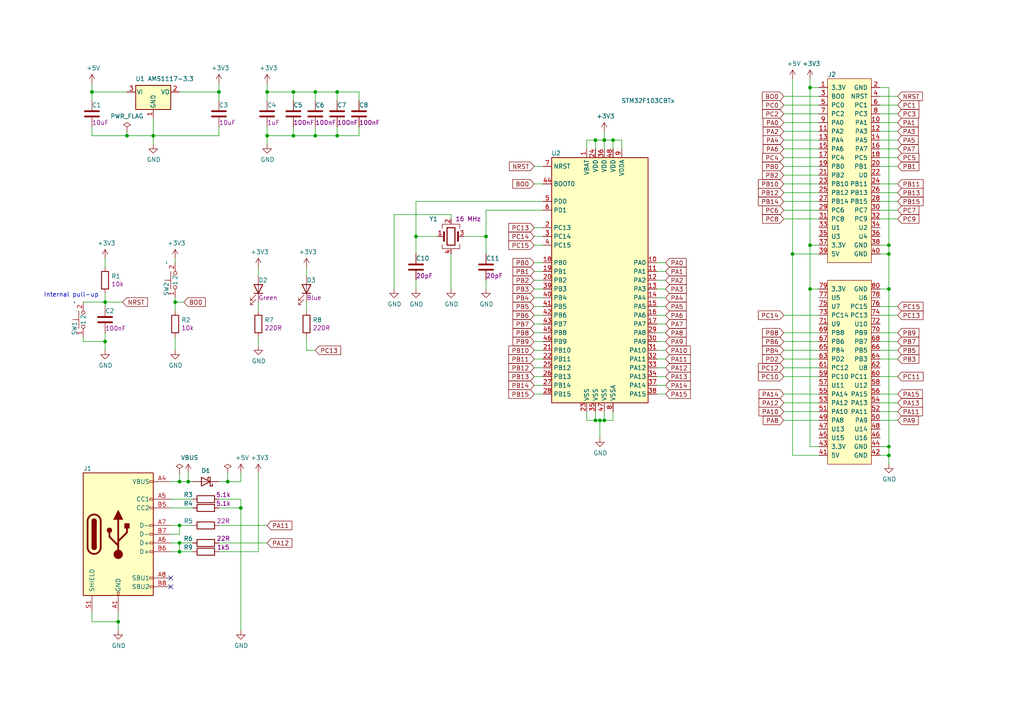
<source format=kicad_sch>
(kicad_sch (version 20211123) (generator eeschema)
  (paper "A4")
  (title_block (title "MCUSTM32F405") (date "2021-06-14") (rev "0.0") (company "STM32World") (comment 1 "lth@stm32world.com") (comment 2 "Lars Boegild Thomsen"))
  (junction (at 52.07 160.02))
  (junction (at 229.87 73.66))
  (junction (at 30.48 99.06))
  (junction (at 63.5 26.67))
  (junction (at 36.83 39.37))
  (junction (at 177.8 40.64))
  (junction (at 257.81 132.08))
  (junction (at 175.26 40.64))
  (junction (at 50.8 87.63))
  (junction (at 172.72 121.92))
  (junction (at 52.07 157.48))
  (junction (at 91.44 26.67))
  (junction (at 97.79 39.37))
  (junction (at 234.95 71.12))
  (junction (at 234.95 25.4))
  (junction (at 30.48 87.63))
  (junction (at 172.72 40.64))
  (junction (at 120.65 68.58))
  (junction (at 52.07 152.4))
  (junction (at 34.29 180.34))
  (junction (at 257.81 71.12))
  (junction (at 257.81 73.66))
  (junction (at 91.44 39.37))
  (junction (at 26.67 26.67))
  (junction (at 85.09 26.67))
  (junction (at 77.47 39.37))
  (junction (at 54.61 139.7))
  (junction (at 257.81 83.82))
  (junction (at 52.07 139.7))
  (junction (at 66.04 139.7))
  (junction (at 77.47 26.67))
  (junction (at 257.81 129.54))
  (junction (at 234.95 83.82))
  (junction (at 175.26 121.92))
  (junction (at 44.45 39.37))
  (junction (at 97.79 26.67))
  (junction (at 140.97 68.58))
  (junction (at 85.09 39.37))
  (junction (at 69.85 147.32))
  (junction (at 173.99 121.92))
  (no_connect (at 49.53 170.18))
  (no_connect (at 49.53 167.64))
  (wire (pts (xy 104.14 29.21) (xy 104.14 26.67)))
  (wire (pts (xy 77.47 36.83) (xy 77.47 39.37)))
  (wire (pts (xy 91.44 39.37) (xy 85.09 39.37)))
  (wire (pts (xy 229.87 22.86) (xy 229.87 73.66)))
  (wire (pts (xy 255.27 99.06) (xy 260.35 99.06)))
  (wire (pts (xy 175.26 38.1) (xy 175.26 40.64)))
  (wire (pts (xy 175.26 119.38) (xy 175.26 121.92)))
  (wire (pts (xy 175.26 43.18) (xy 175.26 40.64)))
  (wire (pts (xy 175.26 40.64) (xy 177.8 40.64)))
  (wire (pts (xy 120.65 58.42) (xy 120.65 68.58)))
  (wire (pts (xy 49.53 160.02) (xy 52.07 160.02)))
  (wire (pts (xy 170.18 121.92) (xy 172.72 121.92)))
  (wire (pts (xy 193.04 81.28) (xy 190.5 81.28)))
  (wire (pts (xy 227.33 119.38) (xy 237.49 119.38)))
  (wire (pts (xy 50.8 74.93) (xy 50.8 76.2)))
  (wire (pts (xy 74.93 137.16) (xy 74.93 160.02)))
  (wire (pts (xy 227.33 55.88) (xy 237.49 55.88)))
  (wire (pts (xy 257.81 134.62) (xy 257.81 132.08)))
  (wire (pts (xy 234.95 22.86) (xy 234.95 25.4)))
  (wire (pts (xy 227.33 48.26) (xy 237.49 48.26)))
  (wire (pts (xy 260.35 43.18) (xy 255.27 43.18)))
  (wire (pts (xy 52.07 160.02) (xy 52.07 157.48)))
  (wire (pts (xy 255.27 25.4) (xy 257.81 25.4)))
  (wire (pts (xy 237.49 71.12) (xy 234.95 71.12)))
  (wire (pts (xy 170.18 40.64) (xy 172.72 40.64)))
  (wire (pts (xy 257.81 73.66) (xy 257.81 83.82)))
  (wire (pts (xy 140.97 60.96) (xy 157.48 60.96)))
  (wire (pts (xy 260.35 109.22) (xy 255.27 109.22)))
  (wire (pts (xy 104.14 36.83) (xy 104.14 39.37)))
  (wire (pts (xy 172.72 43.18) (xy 172.72 40.64)))
  (wire (pts (xy 50.8 86.36) (xy 50.8 87.63)))
  (wire (pts (xy 63.5 139.7) (xy 66.04 139.7)))
  (wire (pts (xy 44.45 39.37) (xy 63.5 39.37)))
  (wire (pts (xy 24.13 97.79) (xy 24.13 99.06)))
  (wire (pts (xy 257.81 25.4) (xy 257.81 71.12)))
  (wire (pts (xy 180.34 40.64) (xy 180.34 43.18)))
  (wire (pts (xy 193.04 101.6) (xy 190.5 101.6)))
  (wire (pts (xy 52.07 157.48) (xy 49.53 157.48)))
  (wire (pts (xy 26.67 36.83) (xy 26.67 39.37)))
  (wire (pts (xy 260.35 114.3) (xy 255.27 114.3)))
  (wire (pts (xy 237.49 129.54) (xy 234.95 129.54)))
  (wire (pts (xy 63.5 26.67) (xy 63.5 24.13)))
  (wire (pts (xy 154.94 81.28) (xy 157.48 81.28)))
  (wire (pts (xy 114.3 62.23) (xy 114.3 83.82)))
  (wire (pts (xy 50.8 97.79) (xy 50.8 101.6)))
  (wire (pts (xy 154.94 114.3) (xy 157.48 114.3)))
  (wire (pts (xy 227.33 38.1) (xy 237.49 38.1)))
  (wire (pts (xy 227.33 53.34) (xy 237.49 53.34)))
  (wire (pts (xy 170.18 43.18) (xy 170.18 40.64)))
  (wire (pts (xy 260.35 91.44) (xy 255.27 91.44)))
  (wire (pts (xy 88.9 97.79) (xy 88.9 101.6)))
  (wire (pts (xy 260.35 101.6) (xy 255.27 101.6)))
  (wire (pts (xy 193.04 111.76) (xy 190.5 111.76)))
  (wire (pts (xy 255.27 53.34) (xy 260.35 53.34)))
  (wire (pts (xy 227.33 106.68) (xy 237.49 106.68)))
  (wire (pts (xy 49.53 152.4) (xy 52.07 152.4)))
  (wire (pts (xy 63.5 157.48) (xy 77.47 157.48)))
  (wire (pts (xy 77.47 26.67) (xy 77.47 29.21)))
  (wire (pts (xy 260.35 104.14) (xy 255.27 104.14)))
  (wire (pts (xy 120.65 68.58) (xy 120.65 73.66)))
  (wire (pts (xy 130.81 73.66) (xy 130.81 83.82)))
  (wire (pts (xy 227.33 50.8) (xy 237.49 50.8)))
  (wire (pts (xy 30.48 99.06) (xy 30.48 96.52)))
  (wire (pts (xy 85.09 26.67) (xy 85.09 29.21)))
  (wire (pts (xy 227.33 58.42) (xy 237.49 58.42)))
  (wire (pts (xy 34.29 180.34) (xy 34.29 182.88)))
  (wire (pts (xy 227.33 114.3) (xy 237.49 114.3)))
  (wire (pts (xy 172.72 119.38) (xy 172.72 121.92)))
  (wire (pts (xy 77.47 41.91) (xy 77.47 39.37)))
  (wire (pts (xy 130.81 63.5) (xy 130.81 62.23)))
  (wire (pts (xy 91.44 36.83) (xy 91.44 39.37)))
  (wire (pts (xy 190.5 114.3) (xy 193.04 114.3)))
  (wire (pts (xy 52.07 137.16) (xy 52.07 139.7)))
  (wire (pts (xy 69.85 147.32) (xy 69.85 182.88)))
  (wire (pts (xy 255.27 63.5) (xy 260.35 63.5)))
  (wire (pts (xy 157.48 93.98) (xy 154.94 93.98)))
  (wire (pts (xy 52.07 154.94) (xy 52.07 152.4)))
  (wire (pts (xy 255.27 45.72) (xy 260.35 45.72)))
  (wire (pts (xy 30.48 101.6) (xy 30.48 99.06)))
  (wire (pts (xy 237.49 109.22) (xy 227.33 109.22)))
  (wire (pts (xy 157.48 68.58) (xy 154.94 68.58)))
  (wire (pts (xy 77.47 26.67) (xy 85.09 26.67)))
  (wire (pts (xy 170.18 119.38) (xy 170.18 121.92)))
  (wire (pts (xy 53.34 87.63) (xy 50.8 87.63)))
  (wire (pts (xy 227.33 43.18) (xy 237.49 43.18)))
  (wire (pts (xy 190.5 78.74) (xy 193.04 78.74)))
  (wire (pts (xy 237.49 104.14) (xy 227.33 104.14)))
  (wire (pts (xy 190.5 93.98) (xy 193.04 93.98)))
  (wire (pts (xy 193.04 76.2) (xy 190.5 76.2)))
  (wire (pts (xy 193.04 106.68) (xy 190.5 106.68)))
  (wire (pts (xy 157.48 83.82) (xy 154.94 83.82)))
  (wire (pts (xy 255.27 121.92) (xy 260.35 121.92)))
  (wire (pts (xy 157.48 106.68) (xy 154.94 106.68)))
  (wire (pts (xy 69.85 139.7) (xy 69.85 137.16)))
  (wire (pts (xy 140.97 81.28) (xy 140.97 83.82)))
  (wire (pts (xy 260.35 33.02) (xy 255.27 33.02)))
  (wire (pts (xy 127 68.58) (xy 120.65 68.58)))
  (wire (pts (xy 154.94 104.14) (xy 157.48 104.14)))
  (wire (pts (xy 257.81 129.54) (xy 255.27 129.54)))
  (wire (pts (xy 227.33 60.96) (xy 237.49 60.96)))
  (wire (pts (xy 66.04 139.7) (xy 69.85 139.7)))
  (wire (pts (xy 190.5 88.9) (xy 193.04 88.9)))
  (wire (pts (xy 88.9 101.6) (xy 91.44 101.6)))
  (wire (pts (xy 157.48 96.52) (xy 154.94 96.52)))
  (wire (pts (xy 175.26 121.92) (xy 173.99 121.92)))
  (wire (pts (xy 97.79 26.67) (xy 97.79 29.21)))
  (wire (pts (xy 227.33 27.94) (xy 237.49 27.94)))
  (wire (pts (xy 74.93 90.17) (xy 74.93 87.63)))
  (wire (pts (xy 26.67 180.34) (xy 34.29 180.34)))
  (wire (pts (xy 234.95 83.82) (xy 237.49 83.82)))
  (wire (pts (xy 49.53 144.78) (xy 55.88 144.78)))
  (wire (pts (xy 260.35 116.84) (xy 255.27 116.84)))
  (wire (pts (xy 177.8 43.18) (xy 177.8 40.64)))
  (wire (pts (xy 157.48 78.74) (xy 154.94 78.74)))
  (wire (pts (xy 97.79 39.37) (xy 91.44 39.37)))
  (wire (pts (xy 36.83 39.37) (xy 44.45 39.37)))
  (wire (pts (xy 227.33 35.56) (xy 237.49 35.56)))
  (wire (pts (xy 63.5 160.02) (xy 74.93 160.02)))
  (wire (pts (xy 255.27 88.9) (xy 260.35 88.9)))
  (wire (pts (xy 255.27 58.42) (xy 260.35 58.42)))
  (wire (pts (xy 227.33 33.02) (xy 237.49 33.02)))
  (wire (pts (xy 120.65 58.42) (xy 157.48 58.42)))
  (wire (pts (xy 173.99 121.92) (xy 173.99 127)))
  (wire (pts (xy 154.94 91.44) (xy 157.48 91.44)))
  (wire (pts (xy 260.35 119.38) (xy 255.27 119.38)))
  (wire (pts (xy 52.07 157.48) (xy 55.88 157.48)))
  (wire (pts (xy 154.94 76.2) (xy 157.48 76.2)))
  (wire (pts (xy 154.94 109.22) (xy 157.48 109.22)))
  (wire (pts (xy 227.33 40.64) (xy 237.49 40.64)))
  (wire (pts (xy 30.48 85.09) (xy 30.48 87.63)))
  (wire (pts (xy 26.67 177.8) (xy 26.67 180.34)))
  (wire (pts (xy 255.27 71.12) (xy 257.81 71.12)))
  (wire (pts (xy 26.67 26.67) (xy 26.67 29.21)))
  (wire (pts (xy 255.27 73.66) (xy 257.81 73.66)))
  (wire (pts (xy 237.49 121.92) (xy 227.33 121.92)))
  (wire (pts (xy 260.35 48.26) (xy 255.27 48.26)))
  (wire (pts (xy 255.27 35.56) (xy 260.35 35.56)))
  (wire (pts (xy 193.04 86.36) (xy 190.5 86.36)))
  (wire (pts (xy 63.5 144.78) (xy 69.85 144.78)))
  (wire (pts (xy 190.5 83.82) (xy 193.04 83.82)))
  (wire (pts (xy 63.5 36.83) (xy 63.5 39.37)))
  (wire (pts (xy 120.65 81.28) (xy 120.65 83.82)))
  (wire (pts (xy 30.48 87.63) (xy 30.48 88.9)))
  (wire (pts (xy 229.87 132.08) (xy 237.49 132.08)))
  (wire (pts (xy 234.95 71.12) (xy 234.95 83.82)))
  (wire (pts (xy 88.9 87.63) (xy 88.9 90.17)))
  (wire (pts (xy 74.93 100.33) (xy 74.93 97.79)))
  (wire (pts (xy 157.48 88.9) (xy 154.94 88.9)))
  (wire (pts (xy 140.97 68.58) (xy 140.97 73.66)))
  (wire (pts (xy 257.81 71.12) (xy 257.81 73.66)))
  (wire (pts (xy 74.93 80.01) (xy 74.93 77.47)))
  (wire (pts (xy 30.48 74.93) (xy 30.48 77.47)))
  (wire (pts (xy 177.8 121.92) (xy 175.26 121.92)))
  (wire (pts (xy 172.72 40.64) (xy 175.26 40.64)))
  (wire (pts (xy 36.83 38.1) (xy 36.83 39.37)))
  (wire (pts (xy 260.35 60.96) (xy 255.27 60.96)))
  (wire (pts (xy 66.04 137.16) (xy 66.04 139.7)))
  (wire (pts (xy 260.35 96.52) (xy 255.27 96.52)))
  (wire (pts (xy 260.35 38.1) (xy 255.27 38.1)))
  (wire (pts (xy 52.07 139.7) (xy 54.61 139.7)))
  (wire (pts (xy 257.81 83.82) (xy 255.27 83.82)))
  (wire (pts (xy 54.61 139.7) (xy 55.88 139.7)))
  (wire (pts (xy 154.94 48.26) (xy 157.48 48.26)))
  (wire (pts (xy 157.48 101.6) (xy 154.94 101.6)))
  (wire (pts (xy 97.79 26.67) (xy 91.44 26.67)))
  (wire (pts (xy 34.29 177.8) (xy 34.29 180.34)))
  (wire (pts (xy 91.44 26.67) (xy 85.09 26.67)))
  (wire (pts (xy 255.27 30.48) (xy 260.35 30.48)))
  (wire (pts (xy 97.79 39.37) (xy 97.79 36.83)))
  (wire (pts (xy 49.53 154.94) (xy 52.07 154.94)))
  (wire (pts (xy 227.33 45.72) (xy 237.49 45.72)))
  (wire (pts (xy 77.47 152.4) (xy 63.5 152.4)))
  (wire (pts (xy 234.95 25.4) (xy 234.95 71.12)))
  (wire (pts (xy 177.8 119.38) (xy 177.8 121.92)))
  (wire (pts (xy 24.13 99.06) (xy 30.48 99.06)))
  (wire (pts (xy 55.88 147.32) (xy 49.53 147.32)))
  (wire (pts (xy 237.49 116.84) (xy 227.33 116.84)))
  (wire (pts (xy 52.07 26.67) (xy 63.5 26.67)))
  (wire (pts (xy 88.9 77.47) (xy 88.9 80.01)))
  (wire (pts (xy 257.81 132.08) (xy 255.27 132.08)))
  (wire (pts (xy 44.45 34.29) (xy 44.45 39.37)))
  (wire (pts (xy 54.61 137.16) (xy 54.61 139.7)))
  (wire (pts (xy 35.56 87.63) (xy 30.48 87.63)))
  (wire (pts (xy 24.13 87.63) (xy 30.48 87.63)))
  (wire (pts (xy 52.07 160.02) (xy 55.88 160.02)))
  (wire (pts (xy 173.99 121.92) (xy 172.72 121.92)))
  (wire (pts (xy 229.87 73.66) (xy 229.87 132.08)))
  (wire (pts (xy 190.5 109.22) (xy 193.04 109.22)))
  (wire (pts (xy 63.5 26.67) (xy 63.5 29.21)))
  (wire (pts (xy 193.04 91.44) (xy 190.5 91.44)))
  (wire (pts (xy 26.67 26.67) (xy 36.83 26.67)))
  (wire (pts (xy 227.33 101.6) (xy 237.49 101.6)))
  (wire (pts (xy 157.48 111.76) (xy 154.94 111.76)))
  (wire (pts (xy 130.81 62.23) (xy 114.3 62.23)))
  (wire (pts (xy 227.33 91.44) (xy 237.49 91.44)))
  (wire (pts (xy 257.81 83.82) (xy 257.81 129.54)))
  (wire (pts (xy 52.07 152.4) (xy 55.88 152.4)))
  (wire (pts (xy 255.27 27.94) (xy 260.35 27.94)))
  (wire (pts (xy 234.95 129.54) (xy 234.95 83.82)))
  (wire (pts (xy 227.33 30.48) (xy 237.49 30.48)))
  (wire (pts (xy 257.81 132.08) (xy 257.81 129.54)))
  (wire (pts (xy 140.97 60.96) (xy 140.97 68.58)))
  (wire (pts (xy 50.8 87.63) (xy 50.8 90.17)))
  (wire (pts (xy 104.14 26.67) (xy 97.79 26.67)))
  (wire (pts (xy 227.33 63.5) (xy 237.49 63.5)))
  (wire (pts (xy 134.62 68.58) (xy 140.97 68.58)))
  (wire (pts (xy 190.5 104.14) (xy 193.04 104.14)))
  (wire (pts (xy 77.47 39.37) (xy 85.09 39.37)))
  (wire (pts (xy 85.09 39.37) (xy 85.09 36.83)))
  (wire (pts (xy 154.94 99.06) (xy 157.48 99.06)))
  (wire (pts (xy 26.67 39.37) (xy 36.83 39.37)))
  (wire (pts (xy 255.27 40.64) (xy 260.35 40.64)))
  (wire (pts (xy 154.94 86.36) (xy 157.48 86.36)))
  (wire (pts (xy 190.5 99.06) (xy 193.04 99.06)))
  (wire (pts (xy 49.53 139.7) (xy 52.07 139.7)))
  (wire (pts (xy 154.94 71.12) (xy 157.48 71.12)))
  (wire (pts (xy 104.14 39.37) (xy 97.79 39.37)))
  (wire (pts (xy 44.45 41.91) (xy 44.45 39.37)))
  (wire (pts (xy 177.8 40.64) (xy 180.34 40.64)))
  (wire (pts (xy 63.5 147.32) (xy 69.85 147.32)))
  (wire (pts (xy 234.95 25.4) (xy 237.49 25.4)))
  (wire (pts (xy 229.87 73.66) (xy 237.49 73.66)))
  (wire (pts (xy 26.67 26.67) (xy 26.67 24.13)))
  (wire (pts (xy 154.94 53.34) (xy 157.48 53.34)))
  (wire (pts (xy 69.85 147.32) (xy 69.85 144.78)))
  (wire (pts (xy 193.04 96.52) (xy 190.5 96.52)))
  (wire (pts (xy 91.44 29.21) (xy 91.44 26.67)))
  (wire (pts (xy 154.94 66.04) (xy 157.48 66.04)))
  (wire (pts (xy 77.47 26.67) (xy 77.47 24.13)))
  (wire (pts (xy 260.35 55.88) (xy 255.27 55.88)))
  (wire (pts (xy 227.33 96.52) (xy 237.49 96.52)))
  (wire (pts (xy 237.49 99.06) (xy 227.33 99.06)))
  (text "Internal pull-up" (at 12.7 86.36 0) (effects (font (size 1.27 1.27)) (justify left bottom)))
  (global_label "PA6" (shape input) (at 193.04 91.44 0) (property "Intersheet References" "${INTERSHEET_REFS}" (effects hide)))
  (global_label "PB6" (shape input) (at 227.33 99.06 180) (property "Intersheet References" "${INTERSHEET_REFS}" (effects hide)))
  (global_label "PA0" (shape input) (at 227.33 35.56 180) (property "Intersheet References" "${INTERSHEET_REFS}" (effects hide)))
  (global_label "PB5" (shape input) (at 154.94 88.9 180) (property "Intersheet References" "${INTERSHEET_REFS}" (effects hide)))
  (global_label "PB10" (shape input) (at 154.94 101.6 180) (property "Intersheet References" "${INTERSHEET_REFS}" (effects hide)))
  (global_label "PB11" (shape input) (at 260.35 53.34 0) (property "Intersheet References" "${INTERSHEET_REFS}" (effects hide)))
  (global_label "PA11" (shape input) (at 77.47 152.4 0) (property "Intersheet References" "${INTERSHEET_REFS}" (effects hide)))
  (global_label "PB3" (shape input) (at 260.35 104.14 0) (property "Intersheet References" "${INTERSHEET_REFS}" (effects hide)))
  (global_label "PC2" (shape input) (at 227.33 33.02 180) (property "Intersheet References" "${INTERSHEET_REFS}" (effects hide)))
  (global_label "PB5" (shape input) (at 260.35 101.6 0) (property "Intersheet References" "${INTERSHEET_REFS}" (effects hide)))
  (global_label "PB1" (shape input) (at 260.35 48.26 0) (property "Intersheet References" "${INTERSHEET_REFS}" (effects hide)))
  (global_label "PA1" (shape input) (at 260.35 35.56 0) (property "Intersheet References" "${INTERSHEET_REFS}" (effects hide)))
  (global_label "PA4" (shape input) (at 193.04 86.36 0) (property "Intersheet References" "${INTERSHEET_REFS}" (effects hide)))
  (global_label "PA7" (shape input) (at 260.35 43.18 0) (property "Intersheet References" "${INTERSHEET_REFS}" (effects hide)))
  (global_label "PA14" (shape input) (at 227.33 114.3 180) (property "Intersheet References" "${INTERSHEET_REFS}" (effects hide)))
  (global_label "PC1" (shape input) (at 260.35 30.48 0) (property "Intersheet References" "${INTERSHEET_REFS}" (effects hide)))
  (global_label "PA5" (shape input) (at 193.04 88.9 0) (property "Intersheet References" "${INTERSHEET_REFS}" (effects hide)))
  (global_label "PC8" (shape input) (at 227.33 63.5 180) (property "Intersheet References" "${INTERSHEET_REFS}" (effects hide)))
  (global_label "PB12" (shape input) (at 154.94 106.68 180) (property "Intersheet References" "${INTERSHEET_REFS}" (effects hide)))
  (global_label "PB2" (shape input) (at 227.33 50.8 180) (property "Intersheet References" "${INTERSHEET_REFS}" (effects hide)))
  (global_label "PA14" (shape input) (at 193.04 111.76 0) (property "Intersheet References" "${INTERSHEET_REFS}" (effects hide)))
  (global_label "PA12" (shape input) (at 77.47 157.48 0) (property "Intersheet References" "${INTERSHEET_REFS}" (effects hide)))
  (global_label "PA4" (shape input) (at 227.33 40.64 180) (property "Intersheet References" "${INTERSHEET_REFS}" (effects hide)))
  (global_label "PB8" (shape input) (at 227.33 96.52 180) (property "Intersheet References" "${INTERSHEET_REFS}" (effects hide)))
  (global_label "PC3" (shape input) (at 260.35 33.02 0) (property "Intersheet References" "${INTERSHEET_REFS}" (effects hide)))
  (global_label "PB6" (shape input) (at 154.94 91.44 180) (property "Intersheet References" "${INTERSHEET_REFS}" (effects hide)))
  (global_label "PC11" (shape input) (at 260.35 109.22 0) (property "Intersheet References" "${INTERSHEET_REFS}" (effects hide)))
  (global_label "PB12" (shape input) (at 227.33 55.88 180) (property "Intersheet References" "${INTERSHEET_REFS}" (effects hide)))
  (global_label "PB8" (shape input) (at 154.94 96.52 180) (property "Intersheet References" "${INTERSHEET_REFS}" (effects hide)))
  (global_label "PB11" (shape input) (at 154.94 104.14 180) (property "Intersheet References" "${INTERSHEET_REFS}" (effects hide)))
  (global_label "PA3" (shape input) (at 260.35 38.1 0) (property "Intersheet References" "${INTERSHEET_REFS}" (effects hide)))
  (global_label "PC5" (shape input) (at 260.35 45.72 0) (property "Intersheet References" "${INTERSHEET_REFS}" (effects hide)))
  (global_label "PC13" (shape input) (at 260.35 91.44 0) (property "Intersheet References" "${INTERSHEET_REFS}" (effects hide)))
  (global_label "PB0" (shape input) (at 154.94 76.2 180) (property "Intersheet References" "${INTERSHEET_REFS}" (effects hide)))
  (global_label "PD2" (shape input) (at 227.33 104.14 180) (property "Intersheet References" "${INTERSHEET_REFS}" (effects hide)))
  (global_label "PB9" (shape input) (at 260.35 96.52 0) (property "Intersheet References" "${INTERSHEET_REFS}" (effects hide)))
  (global_label "NRST" (shape input) (at 35.56 87.63 0) (property "Intersheet References" "${INTERSHEET_REFS}" (effects hide)))
  (global_label "PC15" (shape input) (at 260.35 88.9 0) (property "Intersheet References" "${INTERSHEET_REFS}" (effects hide)))
  (global_label "PB9" (shape input) (at 154.94 99.06 180) (property "Intersheet References" "${INTERSHEET_REFS}" (effects hide)))
  (global_label "PA12" (shape input) (at 227.33 116.84 180) (property "Intersheet References" "${INTERSHEET_REFS}" (effects hide)))
  (global_label "PA12" (shape input) (at 193.04 106.68 0) (property "Intersheet References" "${INTERSHEET_REFS}" (effects hide)))
  (global_label "PA15" (shape input) (at 260.35 114.3 0) (property "Intersheet References" "${INTERSHEET_REFS}" (effects hide)))
  (global_label "PA8" (shape input) (at 193.04 96.52 0) (property "Intersheet References" "${INTERSHEET_REFS}" (effects hide)))
  (global_label "BO0" (shape input) (at 227.33 27.94 180) (property "Intersheet References" "${INTERSHEET_REFS}" (effects hide)))
  (global_label "PA10" (shape input) (at 227.33 119.38 180) (property "Intersheet References" "${INTERSHEET_REFS}" (effects hide)))
  (global_label "BO0" (shape input) (at 154.94 53.34 180) (property "Intersheet References" "${INTERSHEET_REFS}" (effects hide)))
  (global_label "PA2" (shape input) (at 193.04 81.28 0) (property "Intersheet References" "${INTERSHEET_REFS}" (effects hide)))
  (global_label "PB14" (shape input) (at 227.33 58.42 180) (property "Intersheet References" "${INTERSHEET_REFS}" (effects hide)))
  (global_label "PB0" (shape input) (at 227.33 48.26 180) (property "Intersheet References" "${INTERSHEET_REFS}" (effects hide)))
  (global_label "PA1" (shape input) (at 193.04 78.74 0) (property "Intersheet References" "${INTERSHEET_REFS}" (effects hide)))
  (global_label "PC13" (shape input) (at 154.94 66.04 180) (property "Intersheet References" "${INTERSHEET_REFS}" (effects hide)))
  (global_label "PC0" (shape input) (at 227.33 30.48 180) (property "Intersheet References" "${INTERSHEET_REFS}" (effects hide)))
  (global_label "PA5" (shape input) (at 260.35 40.64 0) (property "Intersheet References" "${INTERSHEET_REFS}" (effects hide)))
  (global_label "PA2" (shape input) (at 227.33 38.1 180) (property "Intersheet References" "${INTERSHEET_REFS}" (effects hide)))
  (global_label "PA9" (shape input) (at 260.35 121.92 0) (property "Intersheet References" "${INTERSHEET_REFS}" (effects hide)))
  (global_label "PA11" (shape input) (at 193.04 104.14 0) (property "Intersheet References" "${INTERSHEET_REFS}" (effects hide)))
  (global_label "NRST" (shape input) (at 260.35 27.94 0) (property "Intersheet References" "${INTERSHEET_REFS}" (effects hide)))
  (global_label "PB2" (shape input) (at 154.94 81.28 180) (property "Intersheet References" "${INTERSHEET_REFS}" (effects hide)))
  (global_label "PC14" (shape input) (at 227.33 91.44 180) (property "Intersheet References" "${INTERSHEET_REFS}" (effects hide)))
  (global_label "PA8" (shape input) (at 227.33 121.92 180) (property "Intersheet References" "${INTERSHEET_REFS}" (effects hide)))
  (global_label "PB13" (shape input) (at 154.94 109.22 180) (property "Intersheet References" "${INTERSHEET_REFS}" (effects hide)))
  (global_label "PA11" (shape input) (at 260.35 119.38 0) (property "Intersheet References" "${INTERSHEET_REFS}" (effects hide)))
  (global_label "PA9" (shape input) (at 193.04 99.06 0) (property "Intersheet References" "${INTERSHEET_REFS}" (effects hide)))
  (global_label "PB1" (shape input) (at 154.94 78.74 180) (property "Intersheet References" "${INTERSHEET_REFS}" (effects hide)))
  (global_label "PC12" (shape input) (at 227.33 106.68 180) (property "Intersheet References" "${INTERSHEET_REFS}" (effects hide)))
  (global_label "PC9" (shape input) (at 260.35 63.5 0) (property "Intersheet References" "${INTERSHEET_REFS}" (effects hide)))
  (global_label "PA15" (shape input) (at 193.04 114.3 0) (property "Intersheet References" "${INTERSHEET_REFS}" (effects hide)))
  (global_label "PA10" (shape input) (at 193.04 101.6 0) (property "Intersheet References" "${INTERSHEET_REFS}" (effects hide)))
  (global_label "PA13" (shape input) (at 260.35 116.84 0) (property "Intersheet References" "${INTERSHEET_REFS}" (effects hide)))
  (global_label "PC7" (shape input) (at 260.35 60.96 0) (property "Intersheet References" "${INTERSHEET_REFS}" (effects hide)))
  (global_label "PB3" (shape input) (at 154.94 83.82 180) (property "Intersheet References" "${INTERSHEET_REFS}" (effects hide)))
  (global_label "PB15" (shape input) (at 154.94 114.3 180) (property "Intersheet References" "${INTERSHEET_REFS}" (effects hide)))
  (global_label "PC14" (shape input) (at 154.94 68.58 180) (property "Intersheet References" "${INTERSHEET_REFS}" (effects hide)))
  (global_label "PB7" (shape input) (at 260.35 99.06 0) (property "Intersheet References" "${INTERSHEET_REFS}" (effects hide)))
  (global_label "PC4" (shape input) (at 227.33 45.72 180) (property "Intersheet References" "${INTERSHEET_REFS}" (effects hide)))
  (global_label "PB7" (shape input) (at 154.94 93.98 180) (property "Intersheet References" "${INTERSHEET_REFS}" (effects hide)))
  (global_label "PA7" (shape input) (at 193.04 93.98 0) (property "Intersheet References" "${INTERSHEET_REFS}" (effects hide)))
  (global_label "PA3" (shape input) (at 193.04 83.82 0) (property "Intersheet References" "${INTERSHEET_REFS}" (effects hide)))
  (global_label "PC15" (shape input) (at 154.94 71.12 180) (property "Intersheet References" "${INTERSHEET_REFS}" (effects hide)))
  (global_label "BO0" (shape input) (at 53.34 87.63 0) (property "Intersheet References" "${INTERSHEET_REFS}" (effects hide)))
  (global_label "NRST" (shape input) (at 154.94 48.26 180) (property "Intersheet References" "${INTERSHEET_REFS}" (effects hide)))
  (global_label "PB15" (shape input) (at 260.35 58.42 0) (property "Intersheet References" "${INTERSHEET_REFS}" (effects hide)))
  (global_label "PB14" (shape input) (at 154.94 111.76 180) (property "Intersheet References" "${INTERSHEET_REFS}" (effects hide)))
  (global_label "PC6" (shape input) (at 227.33 60.96 180) (property "Intersheet References" "${INTERSHEET_REFS}" (effects hide)))
  (global_label "PC13" (shape input) (at 91.44 101.6 0) (property "Intersheet References" "${INTERSHEET_REFS}" (effects hide)))
  (global_label "PB4" (shape input) (at 227.33 101.6 180) (property "Intersheet References" "${INTERSHEET_REFS}" (effects hide)))
  (global_label "PB10" (shape input) (at 227.33 53.34 180) (property "Intersheet References" "${INTERSHEET_REFS}" (effects hide)))
  (global_label "PA6" (shape input) (at 227.33 43.18 180) (property "Intersheet References" "${INTERSHEET_REFS}" (effects hide)))
  (global_label "PA13" (shape input) (at 193.04 109.22 0) (property "Intersheet References" "${INTERSHEET_REFS}" (effects hide)))
  (global_label "PB13" (shape input) (at 260.35 55.88 0) (property "Intersheet References" "${INTERSHEET_REFS}" (effects hide)))
  (global_label "PA0" (shape input) (at 193.04 76.2 0) (property "Intersheet References" "${INTERSHEET_REFS}" (effects hide)))
  (global_label "PC10" (shape input) (at 227.33 109.22 180) (property "Intersheet References" "${INTERSHEET_REFS}" (effects hide)))
  (global_label "PB4" (shape input) (at 154.94 86.36 180) (property "Intersheet References" "${INTERSHEET_REFS}" (effects hide)))
  (symbol (lib_id "power:GND") (at 173.99 127 0) (unit 1)
    (property "Reference" "#PWR020" (effects hide))
    (property "Value" "GND" (at 174.117 131.3942 0))
  )
  (symbol (lib_id "power:+3.3V") (at 175.26 38.1 0) (unit 1)
    (property "Reference" "#PWR021" (effects hide))
    (property "Value" "+3.3V" (at 175.641 33.7058 0))
  )
  (symbol (lib_id "stm32world:STM32WORLD_BASE") (at 246.38 78.74 0) (unit 1)
    (property "Reference" "J2" (at 241.3 21.59 0))
    (property "Value" "STM32WORLD_BASE" (effects hide))
    (property "Footprint" "stm32world:STM32WORLD_BASE" (effects hide))
  )
  (symbol (lib_id "power:+3.3V") (at 234.95 22.86 0) (unit 1)
    (property "Reference" "#PWR022" (effects hide))
    (property "Value" "+3.3V" (at 235.331 18.4658 0))
  )
  (symbol (lib_id "power:GND") (at 257.81 134.62 0) (unit 1)
    (property "Reference" "#PWR024" (effects hide))
    (property "Value" "GND" (at 257.937 139.0142 0))
  )
  (symbol (lib_id "power:GND") (at 120.65 83.82 0) (unit 1)
    (property "Reference" "#PWR017" (effects hide))
    (property "Value" "GND" (at 120.777 88.2142 0))
  )
  (symbol (lib_id "power:GND") (at 140.97 83.82 0) (unit 1)
    (property "Reference" "#PWR019" (effects hide))
    (property "Value" "GND" (at 141.097 88.2142 0))
  )
  (symbol (lib_id "power:GND") (at 130.81 83.82 0) (unit 1)
    (property "Reference" "#PWR018" (effects hide))
    (property "Value" "GND" (at 130.937 88.2142 0))
  )
  (symbol (lib_id "power:GND") (at 114.3 83.82 0) (unit 1)
    (property "Reference" "#PWR016" (effects hide))
    (property "Value" "GND" (at 114.427 88.2142 0))
  )
  (symbol (lib_id "Device:D_Schottky") (at 59.69 139.7 180)
    (property "Reference" "D1" (at 59.69 136.525 0))
    (property "Value" "~" (at 59.69 136.4996 0))
    (property "Footprint" "Diode_SMD:D_SOD-123" (effects hide))
    (property "LCSC" "C8598" (effects hide))
  )
  (symbol (lib_id "power:GND") (at 34.29 182.88 0)
    (property "Reference" "#PWR04" (effects hide))
    (property "Value" "GND" (at 34.417 187.2742 0))
  )
  (symbol (lib_id "stm32world:USB_C_Receptacle_USB2.0") (at 34.29 154.94 0)
    (property "Reference" "J1" (at 25.4 135.89 0))
    (property "Footprint" "stm32world:USB_C_Receptacle_HRO_TYPE-C-31-M-12" (effects hide))
    (property "Datasheet" "1811131825_Korean-Hroparts-Elec-TYPE-C-31-M-12_C165948.pdf" (effects hide))
    (property "LCSC" "C165948" (effects hide))
  )
  (symbol (lib_id "power:VBUS") (at 54.61 137.16 0)
    (property "Reference" "#PWR09" (effects hide))
    (property "Value" "VBUS" (at 54.991 132.7658 0))
  )
  (symbol (lib_id "power:+5V") (at 69.85 137.16 0)
    (property "Reference" "#PWR015" (effects hide))
    (property "Value" "+5V" (at 70.231 132.7658 0))
  )
  (symbol (lib_id "power:PWR_FLAG") (at 52.07 137.16 0)
    (property "Reference" "#FLG02" (effects hide))
    (property "Value" "PWR_FLAG" (effects hide))
  )
  (symbol (lib_id "power:PWR_FLAG") (at 66.04 137.16 0)
    (property "Reference" "#FLG03" (effects hide))
    (property "Value" "PWR_FLAG" (effects hide))
  )
  (symbol (lib_id "power:GND") (at 44.45 41.91 0)
    (property "Reference" "#PWR05" (effects hide))
    (property "Value" "GND" (at 44.577 46.3042 0))
  )
  (symbol (lib_id "power:+3.3V") (at 63.5 24.13 0)
    (property "Reference" "#PWR08" (effects hide))
    (property "Value" "+3.3V" (at 63.881 19.7358 0))
  )
  (symbol (lib_id "power:PWR_FLAG") (at 36.83 38.1 0)
    (property "Reference" "#FLG01" (effects hide))
    (property "Value" "PWR_FLAG" (at 36.83 33.7058 0))
  )
  (symbol (lib_id "power:+3.3V") (at 77.47 24.13 0)
    (property "Reference" "#PWR010" (effects hide))
    (property "Value" "+3.3V" (at 77.851 19.7358 0))
  )
  (symbol (lib_id "power:GND") (at 77.47 41.91 0)
    (property "Reference" "#PWR011" (effects hide))
    (property "Value" "GND" (at 77.597 46.3042 0))
  )
  (symbol (lib_id "power:+5V") (at 26.67 24.13 0)
    (property "Reference" "#PWR01" (effects hide))
    (property "Value" "+5V" (at 27.051 19.7358 0))
  )
  (symbol (lib_id "stm32world:TS-1088R-02526") (at 24.13 92.71 90)
    (property "Reference" "SW1" (at 21.59 95.25 0))
    (property "Value" "~" (at 21.59 87.63 0))
    (property "Footprint" "stm32world:TS-1088R-02526" (effects hide))
    (property "Datasheet" "https://datasheet.lcsc.com/szlcsc/1912111437_XUNPU-TS-1088R-02526_C455281.pdf" (effects hide))
    (property "LCSC" "C455281" (effects hide))
  )
  (symbol (lib_id "power:GND") (at 30.48 101.6 0)
    (property "Reference" "#PWR03" (effects hide))
    (property "Value" "GND" (at 30.607 105.9942 0))
  )
  (symbol (lib_id "power:GND") (at 74.93 100.33 0)
    (property "Reference" "#PWR013" (effects hide))
    (property "Value" "GND" (at 75.057 104.7242 0))
  )
  (symbol (lib_id "power:+3.3V") (at 88.9 77.47 0)
    (property "Reference" "#PWR014" (effects hide))
    (property "Value" "+3.3V" (at 89.281 73.0758 0))
  )
  (symbol (lib_id "power:+3.3V") (at 74.93 77.47 0)
    (property "Reference" "#PWR012" (effects hide))
    (property "Value" "+3.3V" (at 75.311 73.0758 0))
  )
  (symbol (lib_id "stm32world:TS-1088R-02526") (at 50.8 81.28 90)
    (property "Reference" "SW2" (at 48.26 83.82 0))
    (property "Value" "~" (at 48.26 76.2 0))
    (property "Footprint" "stm32world:TS-1088R-02526" (effects hide))
    (property "Datasheet" "https://datasheet.lcsc.com/szlcsc/1912111437_XUNPU-TS-1088R-02526_C455281.pdf" (effects hide))
    (property "LCSC" "C455281" (effects hide))
  )
  (symbol (lib_id "power:GND") (at 50.8 101.6 0)
    (property "Reference" "#PWR07" (effects hide))
    (property "Value" "GND" (at 50.927 105.9942 0))
  )
  (symbol (lib_id "power:+3.3V") (at 50.8 74.93 0)
    (property "Reference" "#PWR06" (effects hide))
    (property "Value" "+3.3V" (at 51.181 70.5358 0))
  )
  (symbol (lib_id "power:+3.3V") (at 30.48 74.93 0)
    (property "Reference" "#PWR02" (effects hide))
    (property "Value" "+3.3V" (at 30.861 70.5358 0))
  )
  (symbol (lib_id "stm32world:C_100NF_0603") (at 85.09 33.02 0) (unit 1)
    (property "Reference" "C5" (at 85.09 30.48 0) (effects (justify left)))
    (property "Value" "C_100NF_0603" (effects hide))
    (property "Footprint" "Capacitor_SMD:C_0603_1608Metric" (effects hide))
    (property "Display" "100nF" (at 85.09 35.56 0) (effects (justify left)))
    (property "LCSC" "C14663" (effects hide))
  )
  (symbol (lib_id "stm32world:C_100NF_0603") (at 91.44 33.02 0) (unit 1)
    (property "Reference" "C6" (at 91.44 30.48 0) (effects (justify left)))
    (property "Value" "C_100NF_0603" (effects hide))
    (property "Footprint" "Capacitor_SMD:C_0603_1608Metric" (effects hide))
    (property "Display" "100nF" (at 91.44 35.56 0) (effects (justify left)))
    (property "LCSC" "C14663" (effects hide))
  )
  (symbol (lib_id "stm32world:C_100NF_0603") (at 97.79 33.02 0) (unit 1)
    (property "Reference" "C7" (at 97.79 30.48 0) (effects (justify left)))
    (property "Value" "C_100NF_0603" (effects hide))
    (property "Footprint" "Capacitor_SMD:C_0603_1608Metric" (effects hide))
    (property "Display" "100nF" (at 97.79 35.56 0) (effects (justify left)))
    (property "LCSC" "C14663" (effects hide))
  )
  (symbol (lib_id "stm32world:C_100NF_0603") (at 104.14 33.02 0) (unit 1)
    (property "Reference" "C8" (at 104.14 30.48 0) (effects (justify left)))
    (property "Value" "C_100NF_0603" (effects hide))
    (property "Footprint" "Capacitor_SMD:C_0603_1608Metric" (effects hide))
    (property "Display" "100nF" (at 104.14 35.56 0) (effects (justify left)))
    (property "LCSC" "C14663" (effects hide))
  )
  (symbol (lib_id "stm32world:R_5.1K_0603") (at 59.69 144.78 270) (unit 1)
    (property "Reference" "R3" (at 54.61 143.51 90))
    (property "Value" "R_5.1K_0603" (effects hide))
    (property "Footprint" "Resistor_SMD:R_0603_1608Metric" (effects hide))
    (property "Display" "5.1k" (at 64.77 143.51 90))
    (property "LCSC" "C23186" (effects hide))
  )
  (symbol (lib_id "stm32world:R_5.1K_0603") (at 59.69 147.32 270) (unit 1)
    (property "Reference" "R4" (at 54.61 146.05 90))
    (property "Value" "R_5.1K_0603" (effects hide))
    (property "Footprint" "Resistor_SMD:R_0603_1608Metric" (effects hide))
    (property "Display" "5.1k" (at 64.77 146.05 90))
    (property "LCSC" "C23186" (effects hide))
  )
  (symbol (lib_id "stm32world:AMS1117-3.3") (at 44.45 26.67 0) (unit 1)
    (property "Reference" "U1" (at 40.64 22.86 0))
    (property "Value" "AMS1117-3.3" (at 49.53 22.86 0))
    (property "Footprint" "Package_TO_SOT_SMD:SOT-223-3_TabPin2" (effects hide))
    (property "Datasheet" "https://datasheet.lcsc.com/lcsc/1811142212_Advanced-Monolithic-Systems-AMS1117-3-3_C6186.pdf" (effects hide))
    (property "LCSC" "C6186" (effects hide))
  )
  (symbol (lib_id "stm32world:LED_GREEN_0603") (at 74.93 83.82 270) (mirror x) (unit 1)
    (property "Reference" "D2" (at 74.93 81.28 90) (effects (justify left)))
    (property "Value" "LED_GREEN_0603" (effects hide))
    (property "Footprint" "LED_SMD:LED_0603_1608Metric" (effects hide))
    (property "Display" "Green" (at 74.93 86.36 90) (effects (justify left)))
    (property "LCSC" "C72043" (effects hide))
  )
  (symbol (lib_id "power:GND") (at 69.85 182.88 0)
    (property "Reference" "#PWR0102" (effects hide))
    (property "Value" "GND" (at 69.977 187.2742 0))
  )
  (symbol (lib_id "stm32world:C_100NF_0603") (at 30.48 92.71 0) (unit 1)
    (property "Reference" "C2" (at 30.48 90.17 0) (effects (justify left)))
    (property "Value" "C_100NF_0603" (effects hide))
    (property "Footprint" "Capacitor_SMD:C_0603_1608Metric" (effects hide))
    (property "Display" "100nF" (at 30.48 95.25 0) (effects (justify left)))
    (property "LCSC" "C14663" (effects hide))
  )
  (symbol (lib_id "stm32world:C_10UF_0805") (at 26.67 33.02 0) (unit 1)
    (property "Reference" "C1" (at 26.67 30.48 0) (effects (justify left)))
    (property "Value" "C_10UF_0805" (effects hide))
    (property "Footprint" "Capacitor_SMD:C_0805_2012Metric" (effects hide))
    (property "Display" "10uF" (at 26.67 35.56 0) (effects (justify left)))
    (property "LCSC" "C15850" (effects hide))
  )
  (symbol (lib_id "stm32world:C_10UF_0805") (at 63.5 33.02 0) (unit 1)
    (property "Reference" "C3" (at 63.5 30.48 0) (effects (justify left)))
    (property "Value" "C_10UF_0805" (effects hide))
    (property "Footprint" "Capacitor_SMD:C_0805_2012Metric" (effects hide))
    (property "Display" "10uF" (at 63.5 35.56 0) (effects (justify left)))
    (property "LCSC" "C15850" (effects hide))
  )
  (symbol (lib_id "stm32world:R_1.5K_0603") (at 59.69 160.02 270) (unit 1)
    (property "Reference" "R9" (at 54.61 158.75 90))
    (property "Value" "R_1.5K_0603" (effects hide))
    (property "Footprint" "Resistor_SMD:R_0603_1608Metric" (effects hide))
    (property "Display" "1k5" (at 64.77 158.75 90))
    (property "LCSC" "C22843" (effects hide))
  )
  (symbol (lib_id "stm32world:LED_BLUE_0603") (at 88.9 83.82 270) (mirror x) (unit 1)
    (property "Reference" "D3" (at 88.9 81.28 90) (effects (justify left)))
    (property "Value" "LED_BLUE_0603" (effects hide))
    (property "Footprint" "LED_SMD:LED_0603_1608Metric" (effects hide))
    (property "Display" "Blue" (at 88.9 86.36 90) (effects (justify left)))
    (property "LCSC" "C72041" (effects hide))
  )
  (symbol (lib_id "stm32world:R_22_0603") (at 59.69 152.4 270) (unit 1)
    (property "Reference" "R5" (at 54.61 151.13 90))
    (property "Value" "R_22_0603" (effects hide))
    (property "Footprint" "Resistor_SMD:R_0603_1608Metric" (effects hide))
    (property "Display" "22R" (at 64.77 151.13 90))
    (property "LCSC" "C23345" (effects hide))
  )
  (symbol (lib_id "stm32world:R_22_0603") (at 59.69 157.48 270) (unit 1)
    (property "Reference" "R6" (at 54.61 156.21 90))
    (property "Value" "R_22_0603" (effects hide))
    (property "Footprint" "Resistor_SMD:R_0603_1608Metric" (effects hide))
    (property "Display" "22R" (at 64.77 156.21 90))
    (property "LCSC" "C23345" (effects hide))
  )
  (symbol (lib_id "stm32world:R_220_0603") (at 74.93 93.98 0) (unit 1)
    (property "Reference" "R7" (at 76.708 92.8116 0) (effects (justify left)))
    (property "Value" "R_220_0603" (effects hide))
    (property "Footprint" "Resistor_SMD:R_0603_1608Metric" (effects hide))
    (property "Display" "220R" (at 76.708 95.123 0) (effects (justify left)))
    (property "LCSC" "C22962" (effects hide))
  )
  (symbol (lib_id "stm32world:R_220_0603") (at 88.9 93.98 0) (unit 1)
    (property "Reference" "R8" (at 90.678 92.8116 0) (effects (justify left)))
    (property "Value" "R_220_0603" (effects hide))
    (property "Footprint" "Resistor_SMD:R_0603_1608Metric" (effects hide))
    (property "Display" "220R" (at 90.678 95.123 0) (effects (justify left)))
    (property "LCSC" "C22962" (effects hide))
  )
  (symbol (lib_id "power:+3.3V") (at 74.93 137.16 0)
    (property "Reference" "#PWR0103" (effects hide))
    (property "Value" "+3.3V" (at 75.311 132.7658 0))
  )
  (symbol (lib_id "stm32world:C_20PF_0603") (at 120.65 77.47 0) (unit 1)
    (property "Reference" "C10" (at 120.65 74.93 0) (effects (justify left)))
    (property "Value" "C_20PF_0603" (effects hide))
    (property "Footprint" "Capacitor_SMD:C_0603_1608Metric" (effects hide))
    (property "Display" "20pF" (at 120.65 80.01 0) (effects (justify left)))
    (property "LCSC" "C1648" (effects hide))
  )
  (symbol (lib_id "stm32world:C_20PF_0603") (at 140.97 77.47 0) (unit 1)
    (property "Reference" "C11" (at 140.97 74.93 0) (effects (justify left)))
    (property "Value" "C_20PF_0603" (effects hide))
    (property "Footprint" "Capacitor_SMD:C_0603_1608Metric" (effects hide))
    (property "Display" "20pF" (at 140.97 80.01 0) (effects (justify left)))
    (property "LCSC" "C1648" (effects hide))
  )
  (symbol (lib_id "stm32world:C_1UF_0603") (at 77.47 33.02 0) (unit 1)
    (property "Reference" "C4" (at 77.47 30.48 0) (effects (justify left)))
    (property "Value" "C_1UF_0603" (effects hide))
    (property "Footprint" "Capacitor_SMD:C_0603_1608Metric" (effects hide))
    (property "Display" "1uF" (at 77.47 35.56 0) (effects (justify left)))
    (property "LCSC" "C15849" (effects hide))
  )
  (symbol (lib_id "MCU_ST_STM32F1:STM32F103CBTx") (at 175.26 81.28 0) (unit 1)
    (property "Reference" "U2" (at 161.29 44.45 0))
    (property "Value" "STM32F103CBTx" (at 187.96 29.21 0))
    (property "Footprint" "Package_QFP:LQFP-48_7x7mm_P0.5mm" (effects hide))
    (property "Datasheet" "http://www.st.com/st-web-ui/static/active/en/resource/technical/document/datasheet/CD00161566.pdf" (effects hide))
  )
  (symbol (lib_id "power:+5V") (at 229.87 22.86 0)
    (property "Reference" "#PWR0101" (effects hide))
    (property "Value" "+5V" (at 230.251 18.4658 0))
  )
  (symbol (lib_id "stm32world:R_10K_0603") (at 50.8 93.98 0) (unit 1)
    (property "Reference" "R2" (at 52.578 92.8116 0) (effects (justify left)))
    (property "Value" "R_10K_0603" (effects hide))
    (property "Footprint" "Resistor_SMD:R_0603_1608Metric" (effects hide))
    (property "Display" "10k" (at 52.578 95.123 0) (effects (justify left)))
    (property "LCSC" "C25804" (effects hide))
  )
  (symbol (lib_id "stm32world:R_10K_0603") (at 30.48 81.28 0) (unit 1)
    (property "Reference" "R1" (at 32.258 80.1116 0) (effects (justify left)))
    (property "Value" "R_10K_0603" (effects hide))
    (property "Footprint" "Resistor_SMD:R_0603_1608Metric" (effects hide))
    (property "Display" "10k" (at 32.258 82.423 0) (effects (justify left)))
    (property "LCSC" "C25804" (effects hide))
  )
  (symbol (lib_id "stm32world:X_16MHZ") (at 130.81 68.58 0) (unit 1)
    (property "Reference" "Y1" (at 124.46 63.5 0) (effects (justify left)))
    (property "Value" "X_16MHZ" (effects hide))
    (property "Footprint" "Crystal:Crystal_SMD_3225-4Pin_3.2x2.5mm" (effects hide))
    (property "Datasheet" "https://datasheet.lcsc.com/szlcsc/Yangxing-Tech-X322516MLB4SI_C13738.pdf" (effects hide))
    (property "LCSC" "C13738" (effects hide))
    (property "Display" "16 MHz" (at 132.08 63.5 0) (effects (justify left)))
  )
)
</source>
